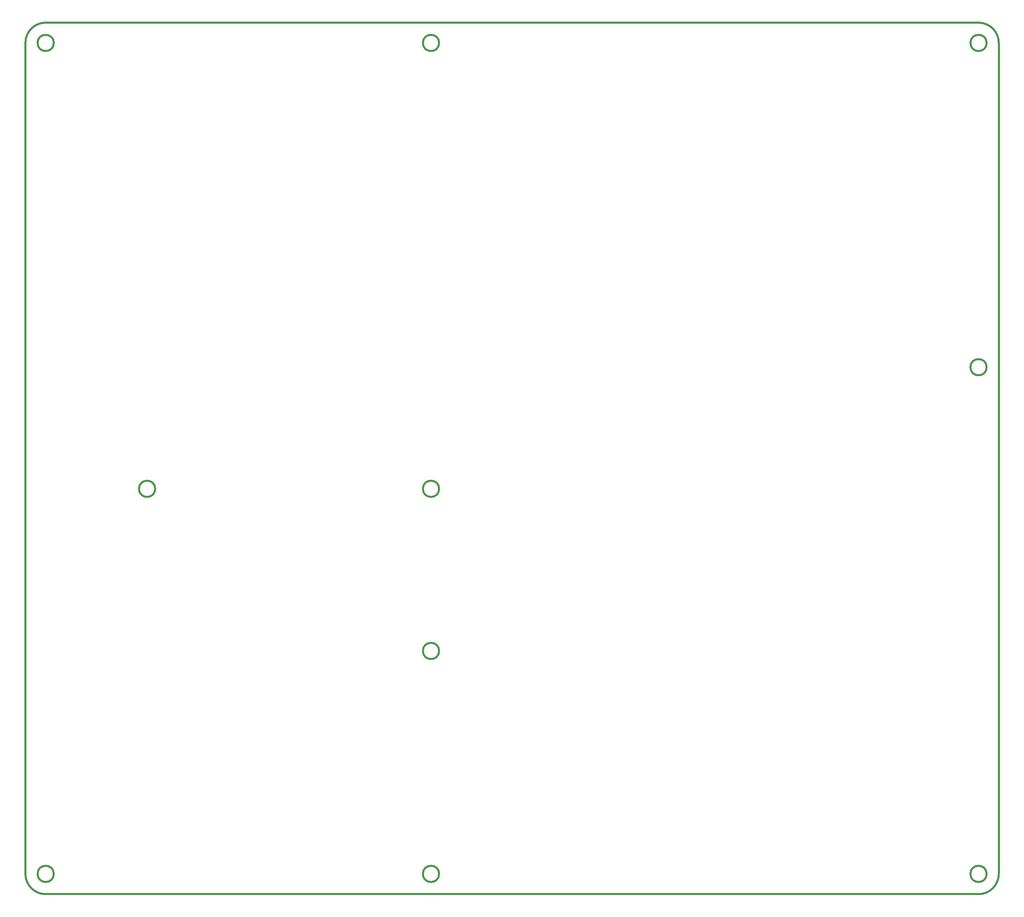
<source format=gbr>
%TF.GenerationSoftware,Altium Limited,Altium Designer,24.7.2 (38)*%
G04 Layer_Color=16711935*
%FSLAX43Y43*%
%MOMM*%
%TF.SameCoordinates,3DDE4B3C-03A5-4BC3-9972-2EF5A5DF1AA7*%
%TF.FilePolarity,Positive*%
%TF.FileFunction,Keep-out,Top*%
%TF.Part,Single*%
G01*
G75*
%TA.AperFunction,NonConductor*%
%ADD95C,0.500*%
D95*
X102000Y5000D02*
G03*
X102000Y5000I-2000J0D01*
G01*
Y210000D02*
G03*
X102000Y210000I-2000J0D01*
G01*
X32000Y100000D02*
G03*
X32000Y100000I-2000J0D01*
G01*
X102000Y60000D02*
G03*
X102000Y60000I-2000J0D01*
G01*
Y100000D02*
G03*
X102000Y100000I-2000J0D01*
G01*
X237000Y130000D02*
G03*
X237000Y130000I-2000J0D01*
G01*
X7000Y210000D02*
G03*
X7000Y210000I-2000J0D01*
G01*
Y5000D02*
G03*
X7000Y5000I-2000J0D01*
G01*
X237000D02*
G03*
X237000Y5000I-2000J0D01*
G01*
Y210000D02*
G03*
X237000Y210000I-2000J0D01*
G01*
X235000Y0D02*
G03*
X240000Y5000I0J5000D01*
G01*
Y210000D02*
G03*
X235000Y215000I-5000J0D01*
G01*
X5000D02*
G03*
X0Y210000I0J-5000D01*
G01*
Y5000D02*
G03*
X5000Y0I5000J0D01*
G01*
X240000Y210000D02*
X240000Y5000D01*
X5000Y0D02*
X235000D01*
X0Y5000D02*
Y210000D01*
X5000Y215000D02*
X235000D01*
%TF.MD5,c50fe64bc6f5aef93cf384c08e64e84a*%
M02*

</source>
